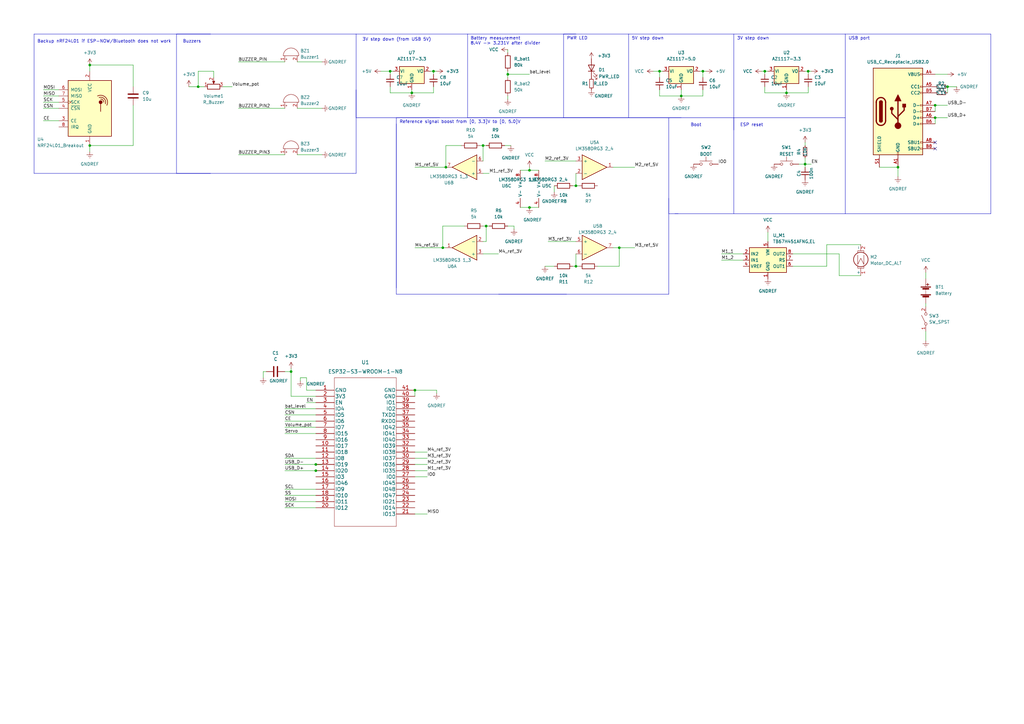
<source format=kicad_sch>
(kicad_sch (version 20230121) (generator eeschema)
  (paper "A3")
  (lib_symbols
    (symbol "+3V3_1" (power) (pin_names (offset 0))
      (property "Value" "+3V3_1" (at 0 3.556 0))
      (symbol "+3V3_1_1_1"
        (pin power_in line (at 0 0 90) (length 0) hide (name "+3V3") (number "1"))
      )
    )
    (symbol "+5V_1" (power) (pin_names (offset 0))
      (property "Value" "+5V_1" (at 0 3.556 0))
      (symbol "+5V_1_1_1"
        (pin power_in line (at 0 0 90) (length 0) hide (name "+5V") (number "1"))
      )
    )
    (symbol "Connector:USB_C_Receptacle_USB2.0" (pin_names (offset 1.016))
      (property "Reference" "J" (at -10.16 19.05 0))
      (property "Value" "USB_C_Receptacle_USB2.0" (at 19.05 19.05 0))
      (symbol "USB_C_Receptacle_USB2.0_1_1"
        (pin passive line (at 0 -22.86 90) (length 5.08) (name "GND") (number "A1"))
        (pin passive line (at 0 -22.86 90) (length 5.08) hide (name "GND") (number "A12"))
        (pin passive line (at 15.24 15.24 180) (length 5.08) (name "VBUS") (number "A4"))
        (pin bidirectional line (at 15.24 10.16 180) (length 5.08) (name "CC1") (number "A5"))
        (pin bidirectional line (at 15.24 -2.54 180) (length 5.08) (name "D+") (number "A6"))
        (pin bidirectional line (at 15.24 2.54 180) (length 5.08) (name "D-") (number "A7"))
        (pin bidirectional line (at 15.24 -12.7 180) (length 5.08) (name "SBU1") (number "A8"))
        (pin passive line (at 15.24 15.24 180) (length 5.08) hide (name "VBUS") (number "A9"))
        (pin passive line (at 0 -22.86 90) (length 5.08) hide (name "GND") (number "B1"))
        (pin passive line (at 0 -22.86 90) (length 5.08) hide (name "GND") (number "B12"))
        (pin passive line (at 15.24 15.24 180) (length 5.08) hide (name "VBUS") (number "B4"))
        (pin bidirectional line (at 15.24 7.62 180) (length 5.08) (name "CC2") (number "B5"))
        (pin bidirectional line (at 15.24 -5.08 180) (length 5.08) (name "D+") (number "B6"))
        (pin bidirectional line (at 15.24 0 180) (length 5.08) (name "D-") (number "B7"))
        (pin bidirectional line (at 15.24 -15.24 180) (length 5.08) (name "SBU2") (number "B8"))
        (pin passive line (at 15.24 15.24 180) (length 5.08) hide (name "VBUS") (number "B9"))
        (pin passive line (at -7.62 -22.86 90) (length 5.08) (name "SHIELD") (number "S1"))
      )
    )
    (symbol "Device:Battery" (pin_numbers hide) (pin_names (offset 0) hide)
      (property "Reference" "BT" (at 2.54 2.54 0))
      (property "Value" "Battery" (at 2.54 0 0))
      (symbol "Battery_1_1"
        (pin passive line (at 0 5.08 270) (length 2.54) (name "+") (number "1"))
        (pin passive line (at 0 -5.08 90) (length 2.54) (name "-") (number "2"))
      )
    )
    (symbol "Device:Buzzer" (pin_names (offset 0.0254) hide)
      (property "Reference" "BZ" (at 3.81 1.27 0))
      (property "Value" "Buzzer" (at 3.81 -1.27 0))
      (symbol "Buzzer_1_1"
        (pin passive line (at -2.54 2.54 0) (length 2.54) (name "-") (number "1"))
        (pin passive line (at -2.54 -2.54 0) (length 2.54) (name "+") (number "2"))
      )
    )
    (symbol "Device:C" (pin_numbers hide) (pin_names (offset 0.254))
      (property "Reference" "C" (at 0.635 2.54 0))
      (property "Value" "C" (at 0.635 -2.54 0))
      (symbol "C_1_1"
        (pin passive line (at 0 3.81 270) (length 2.794) (name "~") (number "1"))
        (pin passive line (at 0 -3.81 90) (length 2.794) (name "~") (number "2"))
      )
    )
    (symbol "Device:C_Small" (pin_numbers hide) (pin_names (offset 0.254) hide)
      (property "Reference" "C" (at 0.254 1.778 0))
      (property "Value" "C_Small" (at 0.254 -2.032 0))
      (symbol "C_Small_1_1"
        (pin passive line (at 0 2.54 270) (length 2.032) (name "~") (number "1"))
        (pin passive line (at 0 -2.54 90) (length 2.032) (name "~") (number "2"))
      )
    )
    (symbol "Device:LED" (pin_numbers hide) (pin_names (offset 1.016) hide)
      (property "Reference" "D" (at 0 2.54 0))
      (property "Value" "LED" (at 0 -2.54 0))
      (symbol "LED_1_1"
        (pin passive line (at -3.81 0 0) (length 2.54) (name "K") (number "1"))
        (pin passive line (at 3.81 0 180) (length 2.54) (name "A") (number "2"))
      )
    )
    (symbol "Device:Opamp_Dual"
      (property "Reference" "U" (at 0 5.08 0))
      (property "Value" "Opamp_Dual" (at 0 -5.08 0))
      (symbol "Opamp_Dual_1_1"
        (pin output line (at 7.62 0 180) (length 2.54) (name "~") (number "1"))
        (pin input line (at -7.62 -2.54 0) (length 2.54) (name "-") (number "2"))
        (pin input line (at -7.62 2.54 0) (length 2.54) (name "+") (number "3"))
      )
      (symbol "Opamp_Dual_2_1"
        (pin input line (at -7.62 2.54 0) (length 2.54) (name "+") (number "5"))
        (pin input line (at -7.62 -2.54 0) (length 2.54) (name "-") (number "6"))
        (pin output line (at 7.62 0 180) (length 2.54) (name "~") (number "7"))
      )
      (symbol "Opamp_Dual_3_1"
        (pin power_in line (at -2.54 -7.62 90) (length 3.81) (name "V-") (number "4"))
        (pin power_in line (at -2.54 7.62 270) (length 3.81) (name "V+") (number "8"))
      )
    )
    (symbol "Device:R" (pin_numbers hide) (pin_names (offset 0))
      (property "Reference" "R" (at 2.032 0 90))
      (property "Value" "R" (at 0 0 90))
      (symbol "R_1_1"
        (pin passive line (at 0 3.81 270) (length 1.27) (name "~") (number "1"))
        (pin passive line (at 0 -3.81 90) (length 1.27) (name "~") (number "2"))
      )
    )
    (symbol "Device:R_Potentiometer" (pin_names (offset 1.016) hide)
      (property "Reference" "RV" (at -4.445 0 90))
      (property "Value" "R_Potentiometer" (at -2.54 0 90))
      (symbol "R_Potentiometer_1_1"
        (pin passive line (at 0 3.81 270) (length 1.27) (name "1") (number "1"))
        (pin passive line (at 3.81 0 180) (length 1.27) (name "2") (number "2"))
        (pin passive line (at 0 -3.81 90) (length 1.27) (name "3") (number "3"))
      )
    )
    (symbol "Device:R_Small" (pin_numbers hide) (pin_names (offset 0.254) hide)
      (property "Reference" "R" (at 0.762 0.508 0))
      (property "Value" "R_Small" (at 0.762 -1.016 0))
      (symbol "R_Small_1_1"
        (pin passive line (at 0 2.54 270) (length 0.762) (name "~") (number "1"))
        (pin passive line (at 0 -2.54 90) (length 0.762) (name "~") (number "2"))
      )
    )
    (symbol "FC_library:ESP32-S3-WROOM-1-N8" (pin_names (offset 0.254))
      (property "Reference" "U" (at 20.32 10.16 0))
      (property "Value" "ESP32-S3-WROOM-1-N8" (at 20.32 7.62 0))
      (symbol "ESP32-S3-WROOM-1-N8_1_1"
        (pin power_in line (at 0 0 0) (length 7.62) (name "GND") (number "1"))
        (pin bidirectional line (at 0 -22.86 0) (length 7.62) (name "IO17") (number "10"))
        (pin bidirectional line (at 0 -25.4 0) (length 7.62) (name "IO18") (number "11"))
        (pin bidirectional line (at 0 -27.94 0) (length 7.62) (name "IO8") (number "12"))
        (pin bidirectional line (at 0 -30.48 0) (length 7.62) (name "IO19") (number "13"))
        (pin bidirectional line (at 0 -33.02 0) (length 7.62) (name "IO20") (number "14"))
        (pin bidirectional line (at 0 -35.56 0) (length 7.62) (name "IO3") (number "15"))
        (pin bidirectional line (at 0 -38.1 0) (length 7.62) (name "IO46") (number "16"))
        (pin bidirectional line (at 0 -40.64 0) (length 7.62) (name "IO9") (number "17"))
        (pin bidirectional line (at 0 -43.18 0) (length 7.62) (name "IO10") (number "18"))
        (pin bidirectional line (at 0 -45.72 0) (length 7.62) (name "IO11") (number "19"))
        (pin power_in line (at 0 -2.54 0) (length 7.62) (name "3V3") (number "2"))
        (pin bidirectional line (at 0 -48.26 0) (length 7.62) (name "IO12") (number "20"))
        (pin bidirectional line (at 40.64 -50.8 180) (length 7.62) (name "IO13") (number "21"))
        (pin bidirectional line (at 40.64 -48.26 180) (length 7.62) (name "IO14") (number "22"))
        (pin bidirectional line (at 40.64 -45.72 180) (length 7.62) (name "IO21") (number "23"))
        (pin bidirectional line (at 40.64 -43.18 180) (length 7.62) (name "IO47") (number "24"))
        (pin bidirectional line (at 40.64 -40.64 180) (length 7.62) (name "IO48") (number "25"))
        (pin bidirectional line (at 40.64 -38.1 180) (length 7.62) (name "IO45") (number "26"))
        (pin bidirectional line (at 40.64 -35.56 180) (length 7.62) (name "IO0") (number "27"))
        (pin bidirectional line (at 40.64 -33.02 180) (length 7.62) (name "IO35") (number "28"))
        (pin bidirectional line (at 40.64 -30.48 180) (length 7.62) (name "IO36") (number "29"))
        (pin input line (at 0 -5.08 0) (length 7.62) (name "EN") (number "3"))
        (pin bidirectional line (at 40.64 -27.94 180) (length 7.62) (name "IO37") (number "30"))
        (pin bidirectional line (at 40.64 -25.4 180) (length 7.62) (name "IO38") (number "31"))
        (pin bidirectional line (at 40.64 -22.86 180) (length 7.62) (name "IO39") (number "32"))
        (pin bidirectional line (at 40.64 -20.32 180) (length 7.62) (name "IO40") (number "33"))
        (pin bidirectional line (at 40.64 -17.78 180) (length 7.62) (name "IO41") (number "34"))
        (pin bidirectional line (at 40.64 -15.24 180) (length 7.62) (name "IO42") (number "35"))
        (pin bidirectional line (at 40.64 -12.7 180) (length 7.62) (name "RXD0") (number "36"))
        (pin bidirectional line (at 40.64 -10.16 180) (length 7.62) (name "TXD0") (number "37"))
        (pin bidirectional line (at 40.64 -7.62 180) (length 7.62) (name "IO2") (number "38"))
        (pin bidirectional line (at 40.64 -5.08 180) (length 7.62) (name "IO1") (number "39"))
        (pin bidirectional line (at 0 -7.62 0) (length 7.62) (name "IO4") (number "4"))
        (pin power_in line (at 40.64 -2.54 180) (length 7.62) (name "GND") (number "40"))
        (pin power_in line (at 40.64 0 180) (length 7.62) (name "GND") (number "41"))
        (pin bidirectional line (at 0 -10.16 0) (length 7.62) (name "IO5") (number "5"))
        (pin bidirectional line (at 0 -12.7 0) (length 7.62) (name "IO6") (number "6"))
        (pin bidirectional line (at 0 -15.24 0) (length 7.62) (name "IO7") (number "7"))
        (pin bidirectional line (at 0 -17.78 0) (length 7.62) (name "IO15") (number "8"))
        (pin bidirectional line (at 0 -20.32 0) (length 7.62) (name "IO16") (number "9"))
      )
    )
    (symbol "FC_library:TB67H451AFNG,EL"
      (property "Reference" "U_M1" (at 2.0194 10.16 0))
      (property "Value" "TB67H451AFNG,EL" (at 2.0194 7.62 0))
      (symbol "TB67H451AFNG,EL_1_0"
        (pin passive line (at 0 -7.62 90) (length 2.54) (name "GND") (number "1"))
        (pin input line (at -10.16 2.54 0) (length 2.54) (name "IN2") (number "2"))
        (pin input line (at -10.16 0 0) (length 2.54) (name "IN1") (number "3"))
        (pin passive line (at -10.16 -2.54 0) (length 2.54) (name "VREF") (number "4"))
        (pin power_in line (at 0 7.62 270) (length 2.54) (name "VM") (number "5"))
        (pin output line (at 10.16 -2.54 180) (length 2.54) (name "OUT1") (number "6"))
        (pin output line (at 10.16 0 180) (length 2.54) (name "RS") (number "7"))
        (pin output line (at 10.16 2.54 180) (length 2.54) (name "OUT2") (number "8"))
      )
    )
    (symbol "GNDREF_1" (power) (pin_names (offset 0))
      (property "Value" "GNDREF_1" (at 0 -3.81 0))
      (symbol "GNDREF_1_1_1"
        (pin power_in line (at 0 0 270) (length 0) hide (name "GNDREF") (number "1"))
      )
    )
    (symbol "GNDREF_2" (power) (pin_names (offset 0))
      (property "Value" "GNDREF_2" (at 0 -3.81 0))
      (symbol "GNDREF_2_1_1"
        (pin power_in line (at 0 0 270) (length 0) hide (name "GNDREF") (number "1"))
      )
    )
    (symbol "GNDREF_3" (power) (pin_names (offset 0))
      (property "Value" "GNDREF_3" (at 0 -3.81 0))
      (symbol "GNDREF_3_1_1"
        (pin power_in line (at 0 0 270) (length 0) hide (name "GNDREF") (number "1"))
      )
    )
    (symbol "Motor:Motor_DC_ALT" (pin_names (offset 0))
      (property "Reference" "M" (at 2.54 2.54 0))
      (property "Value" "Motor_DC_ALT" (at 2.54 -5.08 0))
      (symbol "Motor_DC_ALT_1_1"
        (pin passive line (at 0 5.08 270) (length 2.54) (name "+") (number "1"))
        (pin passive line (at 0 -7.62 90) (length 2.54) (name "-") (number "2"))
      )
    )
    (symbol "RF:NRF24L01_Breakout" (pin_names (offset 1.016))
      (property "Reference" "U" (at -8.89 12.7 0))
      (property "Value" "NRF24L01_Breakout" (at 3.81 12.7 0))
      (symbol "NRF24L01_Breakout_1_1"
        (pin power_in line (at 0 -15.24 90) (length 3.81) (name "GND") (number "1"))
        (pin power_in line (at 0 15.24 270) (length 3.81) (name "VCC") (number "2"))
        (pin input line (at -12.7 -5.08 0) (length 3.81) (name "CE") (number "3"))
        (pin input line (at -12.7 0 0) (length 3.81) (name "~{CSN}") (number "4"))
        (pin input clock (at -12.7 2.54 0) (length 3.81) (name "SCK") (number "5"))
        (pin input line (at -12.7 7.62 0) (length 3.81) (name "MOSI") (number "6"))
        (pin output line (at -12.7 5.08 0) (length 3.81) (name "MISO") (number "7"))
        (pin output line (at -12.7 -7.62 0) (length 3.81) (name "IRQ") (number "8"))
      )
    )
    (symbol "Regulator_Linear:AZ1117-3.3" (pin_names (offset 0.254))
      (property "Reference" "U" (at -3.81 3.175 0))
      (property "Value" "AZ1117-3.3" (at 0 3.175 0))
      (symbol "AZ1117-3.3_1_1"
        (pin power_in line (at 0 -7.62 90) (length 2.54) (name "GND") (number "1"))
        (pin power_out line (at 7.62 0 180) (length 2.54) (name "VO") (number "2"))
        (pin power_in line (at -7.62 0 0) (length 2.54) (name "VI") (number "3"))
      )
    )
    (symbol "Regulator_Linear:AZ1117-5.0" (pin_names (offset 0.254))
      (property "Reference" "U" (at -3.81 3.175 0))
      (property "Value" "AZ1117-5.0" (at 0 3.175 0))
      (symbol "AZ1117-5.0_1_1"
        (pin power_in line (at 0 -7.62 90) (length 2.54) (name "GND") (number "1"))
        (pin power_out line (at 7.62 0 180) (length 2.54) (name "VO") (number "2"))
        (pin power_in line (at -7.62 0 0) (length 2.54) (name "VI") (number "3"))
      )
    )
    (symbol "Switch:SW_Push" (pin_numbers hide) (pin_names (offset 1.016) hide)
      (property "Reference" "SW" (at 1.27 2.54 0))
      (property "Value" "SW_Push" (at 0 -1.524 0))
      (symbol "SW_Push_0_1"
        (pin passive line (at -5.08 0 0) (length 2.54) (name "1") (number "1"))
        (pin passive line (at 5.08 0 180) (length 2.54) (name "2") (number "2"))
      )
    )
    (symbol "Switch:SW_SPST" (pin_names (offset 0) hide)
      (property "Reference" "SW" (at 0 3.175 0))
      (property "Value" "SW_SPST" (at 0 -2.54 0))
      (symbol "SW_SPST_1_1"
        (pin passive line (at -5.08 0 0) (length 2.54) (name "A") (number "1"))
        (pin passive line (at 5.08 0 180) (length 2.54) (name "B") (number "2"))
      )
    )
    (symbol "VCC_1" (power) (pin_names (offset 0))
      (property "Value" "VCC_1" (at 0 3.81 0))
      (symbol "VCC_1_1_1"
        (pin power_in line (at 0 0 90) (length 0) hide (name "VCC") (number "1"))
      )
    )
    (symbol "VCC_2" (power) (pin_names (offset 0))
      (property "Value" "VCC_2" (at 0 3.81 0))
      (symbol "VCC_2_1_1"
        (pin power_in line (at 0 0 90) (length 0) hide (name "VCC") (number "1"))
      )
    )
    (symbol "VCC_3" (power) (pin_names (offset 0))
      (property "Value" "VCC_3" (at 0 3.81 0))
      (symbol "VCC_3_1_1"
        (pin power_in line (at 0 0 90) (length 0) hide (name "VCC") (number "1"))
      )
    )
    (symbol "power:+3V3" (power) (pin_names (offset 0))
      (property "Value" "+3V3" (at 0 3.556 0))
      (symbol "+3V3_1_1"
        (pin power_in line (at 0 0 90) (length 0) hide (name "+3V3") (number "1"))
      )
    )
    (symbol "power:+5V" (power) (pin_names (offset 0))
      (property "Value" "+5V" (at 0 3.556 0))
      (symbol "+5V_1_1"
        (pin power_in line (at 0 0 90) (length 0) hide (name "+5V") (number "1"))
      )
    )
    (symbol "power:GNDREF" (power) (pin_names (offset 0))
      (property "Value" "GNDREF" (at 0 -3.81 0))
      (symbol "GNDREF_1_1"
        (pin power_in line (at 0 0 270) (length 0) hide (name "GNDREF") (number "1"))
      )
    )
    (symbol "power:VCC" (power) (pin_names (offset 0))
      (property "Value" "VCC" (at 0 3.81 0))
      (symbol "VCC_1_1"
        (pin power_in line (at 0 0 90) (length 0) hide (name "VCC") (number "1"))
      )
    )
  )
  (junction (at 217.17 85.09))
  (junction (at 331.47 29.21))
  (junction (at 208.28 30.48))
  (junction (at 119.38 152.4))
  (junction (at 270.51 29.21))
  (junction (at 368.3 68.58))
  (junction (at 330.2 67.31))
  (junction (at 129.54 193.04))
  (junction (at 198.12 59.69))
  (junction (at 199.39 92.71))
  (junction (at 288.29 29.21))
  (junction (at 170.18 160.02))
  (junction (at 160.02 29.21))
  (junction (at 236.22 109.22))
  (junction (at 181.61 101.6))
  (junction (at 279.4 39.37))
  (junction (at 236.22 76.2))
  (junction (at 81.28 35.56))
  (junction (at 168.91 38.1))
  (junction (at 217.17 69.85))
  (junction (at 36.83 59.69))
  (junction (at 322.58 38.1))
  (junction (at 388.62 35.56))
  (junction (at 177.8 29.21))
  (junction (at 383.54 43.18))
  (junction (at 383.54 48.26))
  (junction (at 182.88 68.58))
  (junction (at 313.69 29.21))
  (junction (at 254 101.6))
  (junction (at 129.54 190.5))
  (junction (at 36.83 26.67))
  (no_connect (at 383.54 58.42))
  (no_connect (at 383.54 60.96))
  (wire (pts (xy 170.18 190.5) (xy 175.26 190.5)))
  (polyline (pts (xy 191.77 13.97) (xy 146.05 13.97)))
  (polyline (pts (xy 180.34 48.26) (xy 146.05 48.26)))
  (wire (pts (xy 17.78 49.53) (xy 24.13 49.53)))
  (wire (pts (xy 132.08 190.5) (xy 129.54 190.5)))
  (wire (pts (xy 245.11 109.22) (xy 254 109.22)))
  (wire (pts (xy 198.12 99.06) (xy 199.39 99.06)))
  (wire (pts (xy 125.73 154.94) (xy 123.19 154.94)))
  (wire (pts (xy 313.69 29.21) (xy 314.96 29.21)))
  (wire (pts (xy 208.28 20.32) (xy 208.28 21.59)))
  (wire (pts (xy 279.4 36.83) (xy 279.4 39.37)))
  (wire (pts (xy 54.61 43.18) (xy 54.61 59.69)))
  (polyline (pts (xy 257.81 13.97) (xy 231.14 13.97)))
  (wire (pts (xy 344.17 113.03) (xy 353.06 113.03)))
  (wire (pts (xy 224.79 99.06) (xy 236.22 99.06)))
  (wire (pts (xy 116.84 193.04) (xy 129.54 193.04)))
  (polyline (pts (xy 274.32 87.63) (xy 276.86 87.63)))
  (wire (pts (xy 208.28 39.37) (xy 208.28 40.64)))
  (wire (pts (xy 168.91 36.83) (xy 168.91 38.1)))
  (polyline (pts (xy 191.77 48.26) (xy 279.4 48.26)))
  (wire (pts (xy 267.97 29.21) (xy 270.51 29.21)))
  (wire (pts (xy 270.51 29.21) (xy 271.78 29.21)))
  (polyline (pts (xy 146.05 36.83) (xy 146.05 71.12)))
  (polyline (pts (xy 276.86 87.63) (xy 346.71 87.63)))
  (wire (pts (xy 97.79 44.45) (xy 116.84 44.45)))
  (polyline (pts (xy 13.97 71.12) (xy 86.36 71.12)))
  (wire (pts (xy 116.84 190.5) (xy 129.54 190.5)))
  (wire (pts (xy 388.62 35.56) (xy 392.43 35.56)))
  (wire (pts (xy 312.42 29.21) (xy 313.69 29.21)))
  (polyline (pts (xy 300.99 48.26) (xy 300.99 87.63)))
  (polyline (pts (xy 162.56 48.26) (xy 162.56 118.11)))
  (wire (pts (xy 116.84 205.74) (xy 129.54 205.74)))
  (wire (pts (xy 288.29 29.21) (xy 289.56 29.21)))
  (wire (pts (xy 109.22 152.4) (xy 107.95 152.4)))
  (wire (pts (xy 330.2 58.42) (xy 330.2 59.69)))
  (wire (pts (xy 177.8 29.21) (xy 177.8 30.48)))
  (wire (pts (xy 116.84 167.64) (xy 129.54 167.64)))
  (wire (pts (xy 207.01 59.69) (xy 209.55 59.69)))
  (wire (pts (xy 236.22 104.14) (xy 236.22 109.22)))
  (polyline (pts (xy 146.05 13.97) (xy 146.05 48.26)))
  (polyline (pts (xy 300.99 48.26) (xy 346.71 48.26)))
  (wire (pts (xy 87.63 29.21) (xy 87.63 31.75)))
  (polyline (pts (xy 144.78 71.12) (xy 146.05 71.12)))
  (wire (pts (xy 234.95 76.2) (xy 236.22 76.2)))
  (wire (pts (xy 121.92 44.45) (xy 132.08 44.45)))
  (polyline (pts (xy 72.39 71.12) (xy 144.78 71.12)))
  (wire (pts (xy 54.61 26.67) (xy 36.83 26.67)))
  (wire (pts (xy 379.73 124.46) (xy 379.73 125.73)))
  (polyline (pts (xy 236.22 13.97) (xy 191.77 13.97)))
  (wire (pts (xy 119.38 151.13) (xy 119.38 152.4)))
  (wire (pts (xy 379.73 111.76) (xy 379.73 114.3)))
  (wire (pts (xy 330.2 64.77) (xy 330.2 67.31)))
  (wire (pts (xy 288.29 29.21) (xy 288.29 31.75)))
  (wire (pts (xy 177.8 38.1) (xy 177.8 35.56)))
  (wire (pts (xy 383.54 30.48) (xy 388.62 30.48)))
  (wire (pts (xy 210.82 92.71) (xy 210.82 93.98)))
  (wire (pts (xy 170.18 195.58) (xy 175.26 195.58)))
  (polyline (pts (xy 162.56 48.26) (xy 250.19 48.26)))
  (wire (pts (xy 360.68 68.58) (xy 368.3 68.58)))
  (wire (pts (xy 116.84 172.72) (xy 129.54 172.72)))
  (polyline (pts (xy 257.81 13.97) (xy 257.81 48.26)))
  (wire (pts (xy 160.02 29.21) (xy 160.02 30.48)))
  (wire (pts (xy 170.18 68.58) (xy 182.88 68.58)))
  (wire (pts (xy 36.83 62.23) (xy 36.83 59.69)))
  (wire (pts (xy 234.95 109.22) (xy 236.22 109.22)))
  (wire (pts (xy 199.39 92.71) (xy 200.66 92.71)))
  (wire (pts (xy 170.18 187.96) (xy 175.26 187.96)))
  (wire (pts (xy 156.21 29.21) (xy 160.02 29.21)))
  (wire (pts (xy 322.58 38.1) (xy 331.47 38.1)))
  (wire (pts (xy 295.91 104.14) (xy 304.8 104.14)))
  (wire (pts (xy 344.17 104.14) (xy 344.17 113.03)))
  (wire (pts (xy 125.73 160.02) (xy 125.73 154.94)))
  (wire (pts (xy 270.51 29.21) (xy 270.51 31.75)))
  (wire (pts (xy 199.39 59.69) (xy 198.12 59.69)))
  (wire (pts (xy 176.53 29.21) (xy 177.8 29.21)))
  (wire (pts (xy 181.61 92.71) (xy 181.61 101.6)))
  (wire (pts (xy 383.54 43.18) (xy 388.62 43.18)))
  (wire (pts (xy 116.84 200.66) (xy 129.54 200.66)))
  (wire (pts (xy 182.88 59.69) (xy 182.88 68.58)))
  (wire (pts (xy 116.84 170.18) (xy 129.54 170.18)))
  (polyline (pts (xy 346.71 13.97) (xy 346.71 87.63)))
  (wire (pts (xy 81.28 35.56) (xy 83.82 35.56)))
  (wire (pts (xy 125.73 165.1) (xy 129.54 165.1)))
  (polyline (pts (xy 300.99 13.97) (xy 300.99 53.34)))
  (wire (pts (xy 17.78 36.83) (xy 24.13 36.83)))
  (wire (pts (xy 116.84 177.8) (xy 129.54 177.8)))
  (wire (pts (xy 116.84 208.28) (xy 129.54 208.28)))
  (wire (pts (xy 331.47 29.21) (xy 332.74 29.21)))
  (polyline (pts (xy 346.71 87.63) (xy 406.4 87.63)))
  (wire (pts (xy 198.12 71.12) (xy 200.66 71.12)))
  (wire (pts (xy 217.17 68.58) (xy 217.17 69.85)))
  (wire (pts (xy 368.3 68.58) (xy 368.3 72.39)))
  (wire (pts (xy 198.12 92.71) (xy 199.39 92.71)))
  (wire (pts (xy 279.4 39.37) (xy 288.29 39.37)))
  (wire (pts (xy 181.61 101.6) (xy 182.88 101.6)))
  (wire (pts (xy 236.22 76.2) (xy 237.49 76.2)))
  (wire (pts (xy 77.47 35.56) (xy 81.28 35.56)))
  (wire (pts (xy 339.09 109.22) (xy 339.09 100.33)))
  (wire (pts (xy 208.28 92.71) (xy 210.82 92.71)))
  (polyline (pts (xy 276.86 87.63) (xy 278.13 87.63)))
  (wire (pts (xy 254 101.6) (xy 260.35 101.6)))
  (polyline (pts (xy 274.32 81.28) (xy 274.32 120.65)))
  (wire (pts (xy 129.54 160.02) (xy 125.73 160.02)))
  (wire (pts (xy 168.91 38.1) (xy 177.8 38.1)))
  (wire (pts (xy 251.46 101.6) (xy 254 101.6)))
  (polyline (pts (xy 191.77 13.97) (xy 191.77 48.26)))
  (wire (pts (xy 17.78 39.37) (xy 24.13 39.37)))
  (wire (pts (xy 331.47 38.1) (xy 331.47 35.56)))
  (wire (pts (xy 314.96 95.25) (xy 314.96 99.06)))
  (polyline (pts (xy 13.97 13.97) (xy 13.97 71.12)))
  (polyline (pts (xy 162.56 120.65) (xy 232.41 120.65)))
  (wire (pts (xy 313.69 29.21) (xy 313.69 30.48)))
  (wire (pts (xy 383.54 48.26) (xy 383.54 50.8)))
  (wire (pts (xy 116.84 187.96) (xy 129.54 187.96)))
  (wire (pts (xy 383.54 48.26) (xy 388.62 48.26)))
  (wire (pts (xy 223.52 109.22) (xy 227.33 109.22)))
  (wire (pts (xy 330.2 67.31) (xy 332.74 67.31)))
  (wire (pts (xy 170.18 160.02) (xy 179.07 160.02)))
  (wire (pts (xy 217.17 69.85) (xy 220.98 69.85)))
  (wire (pts (xy 170.18 193.04) (xy 175.26 193.04)))
  (wire (pts (xy 116.84 203.2) (xy 129.54 203.2)))
  (wire (pts (xy 116.84 152.4) (xy 119.38 152.4)))
  (wire (pts (xy 208.28 30.48) (xy 217.17 30.48)))
  (wire (pts (xy 189.23 59.69) (xy 182.88 59.69)))
  (wire (pts (xy 160.02 38.1) (xy 168.91 38.1)))
  (wire (pts (xy 313.69 38.1) (xy 322.58 38.1)))
  (wire (pts (xy 288.29 39.37) (xy 288.29 36.83)))
  (wire (pts (xy 198.12 59.69) (xy 198.12 66.04)))
  (wire (pts (xy 223.52 66.04) (xy 236.22 66.04)))
  (wire (pts (xy 295.91 106.68) (xy 304.8 106.68)))
  (polyline (pts (xy 231.14 13.97) (xy 231.14 48.26)))
  (polyline (pts (xy 346.71 13.97) (xy 257.81 13.97)))
  (wire (pts (xy 170.18 210.82) (xy 175.26 210.82)))
  (wire (pts (xy 254 109.22) (xy 254 101.6)))
  (wire (pts (xy 251.46 68.58) (xy 260.35 68.58)))
  (polyline (pts (xy 204.47 120.65) (xy 274.32 120.65)))
  (wire (pts (xy 325.12 104.14) (xy 344.17 104.14)))
  (wire (pts (xy 383.54 43.18) (xy 383.54 45.72)))
  (wire (pts (xy 121.92 63.5) (xy 132.08 63.5)))
  (wire (pts (xy 179.07 160.02) (xy 179.07 161.29)))
  (polyline (pts (xy 274.32 48.26) (xy 274.32 87.63)))
  (wire (pts (xy 327.66 67.31) (xy 330.2 67.31)))
  (wire (pts (xy 36.83 26.67) (xy 36.83 29.21)))
  (polyline (pts (xy 72.39 13.97) (xy 72.39 71.12)))
  (wire (pts (xy 97.79 63.5) (xy 116.84 63.5)))
  (wire (pts (xy 379.73 135.89) (xy 379.73 139.7)))
  (wire (pts (xy 170.18 185.42) (xy 175.26 185.42)))
  (wire (pts (xy 330.2 29.21) (xy 331.47 29.21)))
  (wire (pts (xy 116.84 175.26) (xy 129.54 175.26)))
  (wire (pts (xy 17.78 44.45) (xy 24.13 44.45)))
  (wire (pts (xy 177.8 29.21) (xy 179.07 29.21)))
  (polyline (pts (xy 231.14 48.26) (xy 300.99 48.26)))
  (wire (pts (xy 97.79 25.4) (xy 116.84 25.4)))
  (wire (pts (xy 170.18 101.6) (xy 181.61 101.6)))
  (wire (pts (xy 236.22 71.12) (xy 236.22 76.2)))
  (polyline (pts (xy 406.4 13.97) (xy 346.71 13.97)))
  (wire (pts (xy 339.09 100.33) (xy 353.06 100.33)))
  (wire (pts (xy 119.38 152.4) (xy 119.38 162.56)))
  (wire (pts (xy 81.28 29.21) (xy 81.28 35.56)))
  (wire (pts (xy 91.44 35.56) (xy 95.25 35.56)))
  (wire (pts (xy 236.22 109.22) (xy 237.49 109.22)))
  (wire (pts (xy 270.51 36.83) (xy 270.51 39.37)))
  (wire (pts (xy 81.28 29.21) (xy 87.63 29.21)))
  (wire (pts (xy 160.02 29.21) (xy 161.29 29.21)))
  (wire (pts (xy 213.36 85.09) (xy 217.17 85.09)))
  (wire (pts (xy 198.12 59.69) (xy 196.85 59.69)))
  (wire (pts (xy 208.28 29.21) (xy 208.28 30.48)))
  (wire (pts (xy 199.39 99.06) (xy 199.39 92.71)))
  (wire (pts (xy 325.12 109.22) (xy 339.09 109.22)))
  (wire (pts (xy 287.02 29.21) (xy 288.29 29.21)))
  (polyline (pts (xy 13.97 13.97) (xy 86.36 13.97)))
  (polyline (pts (xy 162.56 50.8) (xy 162.56 120.65)))
  (wire (pts (xy 107.95 152.4) (xy 107.95 154.94)))
  (wire (pts (xy 217.17 85.09) (xy 220.98 85.09)))
  (wire (pts (xy 121.92 25.4) (xy 132.08 25.4)))
  (wire (pts (xy 54.61 35.56) (xy 54.61 26.67)))
  (wire (pts (xy 227.33 76.2) (xy 227.33 78.74)))
  (wire (pts (xy 331.47 29.21) (xy 331.47 30.48)))
  (wire (pts (xy 270.51 39.37) (xy 279.4 39.37)))
  (wire (pts (xy 388.62 35.56) (xy 388.62 38.1)))
  (wire (pts (xy 170.18 160.02) (xy 170.18 162.56)))
  (wire (pts (xy 17.78 41.91) (xy 24.13 41.91)))
  (wire (pts (xy 322.58 36.83) (xy 322.58 38.1)))
  (wire (pts (xy 190.5 92.71) (xy 181.61 92.71)))
  (wire (pts (xy 330.2 67.31) (xy 330.2 68.58)))
  (wire (pts (xy 208.28 30.48) (xy 208.28 31.75)))
  (wire (pts (xy 119.38 162.56) (xy 129.54 162.56)))
  (wire (pts (xy 123.19 154.94) (xy 123.19 156.21)))
  (wire (pts (xy 313.69 35.56) (xy 313.69 38.1)))
  (polyline (pts (xy 406.4 13.97) (xy 406.4 87.63)))
  (wire (pts (xy 198.12 104.14) (xy 204.47 104.14)))
  (wire (pts (xy 54.61 59.69) (xy 36.83 59.69)))
  (wire (pts (xy 213.36 69.85) (xy 217.17 69.85)))
  (polyline (pts (xy 72.39 13.97) (xy 146.05 13.97)))
  (wire (pts (xy 160.02 35.56) (xy 160.02 38.1)))
  (wire (pts (xy 132.08 193.04) (xy 129.54 193.04)))
  (text "Boot\n" (at 283.21 52.07 0) (effects (font (size 1.27 1.27)) (justify left bottom)))
  (text "Buzzers" (at 74.93 17.78 0) (effects (font (size 1.27 1.27)) (justify left bottom)))
  (text "3V step down (from USB 5V)\n\n" (at 148.59 19.05 0) (effects (font (size 1.27 1.27)) (justify left bottom)))
  (text "USB port" (at 347.98 16.51 0) (effects (font (size 1.27 1.27)) (justify left bottom)))
  (text "Backup nRF24L01 if ESP-NOW/Bluetooth does not work" (at 15.24 17.78 0) (effects (font (size 1.27 1.27)) (justify left bottom)))
  (text "Battery measurement\n8.4V -> 3.231V after divider" (at 192.9545 18.5703 0) (effects (font (size 1.27 1.27)) (justify left bottom)))
  (text "ESP reset\n" (at 303.53 52.07 0) (effects (font (size 1.27 1.27)) (justify left bottom)))
  (text "PWR LED\n" (at 232.41 16.51 0) (effects (font (size 1.27 1.27)) (justify left bottom)))
  (text "3V step down\n" (at 302.26 16.51 0) (effects (font (size 1.27 1.27)) (justify left bottom)))
  (text "Reference signal boost from [0, 3.3]V to [0, 5.0]V" (at 163.83 50.8 0) (effects (font (size 1.27 1.27)) (justify left bottom)))
  (text "5V step down\n" (at 259.08 16.51 0) (effects (font (size 1.27 1.27)) (justify left bottom)))
  (label "M1_2" (at 295.91 106.68 0))
  (label "M4_ref_5V" (at 170.18 101.6 0))
  (label "MOSI" (at 17.78 36.83 0))
  (label "IO0" (at 294.64 67.31 0))
  (label "USB_D+" (at 116.84 193.04 0))
  (label "M4_ref_3V" (at 204.47 104.14 0))
  (label "MOSI" (at 116.84 205.74 0))
  (label "MISO" (at 17.78 39.37 0))
  (label "USB_D-" (at 388.62 43.18 0))
  (label "M1_1" (at 295.91 104.14 0))
  (label "M1_ref_5V" (at 170.18 68.58 0))
  (label "M2_ref_5V" (at 260.35 68.58 0))
  (label "EN" (at 332.74 67.31 0))
  (label "SCL" (at 116.84 200.66 0))
  (label "SS" (at 116.84 203.2 0))
  (label "EN" (at 125.73 165.1 0))
  (label "CSN" (at 17.78 44.45 0))
  (label "M1_ref_3V" (at 200.66 71.12 0))
  (label "Volume_pot" (at 116.84 175.26 0))
  (label "USB_D+" (at 388.62 48.26 0))
  (label "BUZZER_PIN3" (at 97.79 63.5 0))
  (label "M2_ref_3V" (at 223.52 66.04 0))
  (label "BUZZER_PIN2" (at 97.79 44.45 0))
  (label "IO0" (at 175.26 195.58 0))
  (label "MISO" (at 175.26 210.82 0))
  (label "bat_level" (at 217.17 30.48 0))
  (label "Servo" (at 116.84 177.8 0))
  (label "SDA" (at 116.84 187.96 0))
  (label "M3_ref_3V" (at 224.79 99.06 0))
  (label "M2_ref_3V" (at 175.26 190.5 0))
  (label "M3_ref_3V" (at 175.26 187.96 0))
  (label "USB_D-" (at 116.84 190.5 0))
  (label "BUZZER_PIN" (at 97.79 25.4 0))
  (label "Volume_pot" (at 95.25 35.56 0))
  (label "M1_ref_3V" (at 175.26 193.04 0))
  (label "M4_ref_3V" (at 175.26 185.42 0))
  (label "bat_level" (at 116.84 167.64 0))
  (label "CE" (at 17.78 49.53 0))
  (label "M3_ref_5V" (at 260.35 101.6 0))
  (label "SCK" (at 17.78 41.91 0))
  (label "SCK" (at 116.84 208.28 0))
  (label "CSN" (at 116.84 170.18 0))
  (label "CE" (at 116.84 172.72 0))
  (symbol (lib_id "power:GNDREF") (at 242.57 36.83 0) (unit 1)
    (property "Reference" "#PWR0109" (effects hide))
    (property "Value" "GNDREF" (at 247.65 39.37 0))
  )
  (symbol (lib_id "power:GNDREF") (at 36.83 62.23 0) (unit 1)
    (property "Reference" "#PWR0124" (effects hide))
    (property "Value" "GNDREF" (at 36.83 67.31 0))
  )
  (symbol (lib_id "power:GNDREF") (at 132.08 44.45 90) (unit 1)
    (property "Reference" "#PWR017" (effects hide))
    (property "Value" "GNDREF" (at 142.24 44.4501 90) (effects (justify left)))
  )
  (symbol (lib_id "power:+3V3") (at 330.2 58.42 0) (unit 1)
    (property "Reference" "#PWR0119" (effects hide))
    (property "Value" "+3V3" (at 330.2 53.34 0))
  )
  (symbol (lib_id "Switch:SW_SPST") (at 379.73 130.81 90) (unit 1)
    (property "Reference" "SW3" (at 381 129.54 90) (effects (justify right)))
    (property "Value" "SW_SPST" (at 381 132.08 90) (effects (justify right)))
  )
  (symbol (lib_id "Motor:Motor_DC_ALT") (at 353.06 107.95 180) (unit 1)
    (property "Reference" "M2" (at 356.87 105.41 0) (effects (justify right)))
    (property "Value" "Motor_DC_ALT" (at 356.87 107.95 0) (effects (justify right)))
  )
  (symbol (lib_id "power:GNDREF") (at 132.08 63.5 90) (unit 1)
    (property "Reference" "#PWR018" (effects hide))
    (property "Value" "GNDREF" (at 142.24 63.5001 90) (effects (justify left)))
  )
  (symbol (lib_id "power:GNDREF") (at 179.07 161.29 0) (unit 1)
    (property "Reference" "#PWR0111" (effects hide))
    (property "Value" "GNDREF" (at 179.07 166.37 0))
  )
  (symbol (lib_id "FC_library:TB67H451AFNG,EL") (at 314.96 106.68 0) (unit 1)
    (property "Reference" "U_M1" (at 316.9794 96.52 0) (effects (justify left)))
    (property "Value" "TB67H451AFNG,EL" (at 316.9794 99.06 0) (effects (justify left)))
    (property "Footprint" "Package_SO:HSOP-8-1EP_3.9x4.9mm_P1.27mm_EP2.41x3.1mm" (effects hide))
    (property "Datasheet" "https://www.st.com/resource/en/datasheet/led5000.pdf" (effects hide))
  )
  (symbol (lib_id "Device:Opamp_Dual") (at 223.52 77.47 0) (unit 3)
    (property "Reference" "U5" (at 222.25 76.2 0) (effects (justify left)))
    (property "Value" "LM358DRG3 2_4" (at 217.17 73.66 0) (effects (justify left)))
    (property "Footprint" "Package_SO:SOIC-8_3.9x4.9mm_P1.27mm" (effects hide))
  )
  (symbol (lib_id "Device:Opamp_Dual") (at 243.84 68.58 0) (unit 1)
    (property "Reference" "U5" (at 243.84 58.42 0))
    (property "Value" "LM358DRG3 2_4" (at 243.84 60.96 0))
    (property "Footprint" "Package_SO:SOIC-8_3.9x4.9mm_P1.27mm" (effects hide))
  )
  (symbol (lib_id "Device:R_Small") (at 330.2 62.23 180) (unit 1)
    (property "Reference" "R4" (at 327.66 62.23 90))
    (property "Value" "10K" (at 330.2 62.23 90))
    (property "Footprint" "Resistor_SMD:R_0805_2012Metric_Pad1.20x1.40mm_HandSolder" (effects hide))
  )
  (symbol (lib_id "Device:R") (at 204.47 92.71 90) (unit 1)
    (property "Reference" "R6" (at 204.47 86.36 90))
    (property "Value" "10k" (at 204.47 88.9 90))
  )
  (symbol (lib_name "GNDREF_3") (lib_id "power:GNDREF") (at 223.52 109.22 0) (unit 1)
    (property "Reference" "#PWR010" (effects hide))
    (property "Value" "GNDREF" (at 223.52 114.3 0))
  )
  (symbol (lib_id "RF:NRF24L01_Breakout") (at 36.83 44.45 0) (unit 1)
    (property "Reference" "U4" (at 15.24 57.15 0) (effects (justify left)))
    (property "Value" "NRF24L01_Breakout" (at 15.24 59.69 0) (effects (justify left)))
    (property "Footprint" "RF_Module:nRF24L01_Breakout" (effects hide))
    (property "Datasheet" "http://www.nordicsemi.com/eng/content/download/2730/34105/file/nRF24L01_Product_Specification_v2_0.pdf" (effects hide))
  )
  (symbol (lib_id "power:VCC") (at 379.73 111.76 0) (unit 1)
    (property "Reference" "#PWR0122" (effects hide))
    (property "Value" "VCC" (at 379.73 106.68 0))
  )
  (symbol (lib_id "power:+3V3") (at 179.07 29.21 270) (unit 1)
    (property "Reference" "#PWR015" (effects hide))
    (property "Value" "+3V3" (at 182.88 29.2099 90) (effects (justify left)))
  )
  (symbol (lib_id "power:GNDREF") (at 368.3 72.39 0) (unit 1)
    (property "Reference" "#PWR0103" (effects hide))
    (property "Value" "GNDREF" (at 368.3 77.47 0))
  )
  (symbol (lib_id "power:+3V3") (at 36.83 26.67 0) (unit 1)
    (property "Reference" "#PWR0123" (effects hide))
    (property "Value" "+3V3" (at 36.83 21.59 0))
  )
  (symbol (lib_id "Device:R") (at 208.28 25.4 0) (unit 1)
    (property "Reference" "R_bat1" (at 210.82 24.13 0) (effects (justify left)))
    (property "Value" "80k" (at 210.82 26.67 0) (effects (justify left)))
  )
  (symbol (lib_id "power:GNDREF") (at 317.5 67.31 0) (unit 1)
    (property "Reference" "#PWR0118" (effects hide))
    (property "Value" "GNDREF" (at 317.5 72.39 0))
  )
  (symbol (lib_id "Device:R_Small") (at 386.08 35.56 90) (unit 1)
    (property "Reference" "R2" (at 386.08 34.29 90))
    (property "Value" "5.1K" (at 386.08 35.56 90))
    (property "Footprint" "Resistor_SMD:R_0805_2012Metric_Pad1.20x1.40mm_HandSolder" (effects hide))
  )
  (symbol (lib_id "Device:C_Small") (at 177.8 33.02 180) (unit 1)
    (property "Reference" "C8" (at 180.34 31.7435 0) (effects (justify right)))
    (property "Value" "10uF" (at 180.34 34.2835 0) (effects (justify right)))
    (property "Footprint" "Capacitor_SMD:C_1206_3216Metric" (effects hide))
  )
  (symbol (lib_id "Device:R_Small") (at 386.08 38.1 90) (unit 1)
    (property "Reference" "R3" (at 386.08 36.83 90))
    (property "Value" "5.1K" (at 386.08 38.1 90))
    (property "Footprint" "Resistor_SMD:R_0805_2012Metric_Pad1.20x1.40mm_HandSolder" (effects hide))
  )
  (symbol (lib_id "Device:R_Potentiometer") (at 87.63 35.56 90) (unit 1)
    (property "Reference" "Volume1" (at 87.63 39.37 90))
    (property "Value" "R_Buzzer" (at 87.63 41.91 90))
    (property "Footprint" "Potentiometer_THT:Potentiometer_Alps_RK09K_Single_Horizontal" (effects hide))
  )
  (symbol (lib_id "Device:C_Small") (at 330.2 71.12 180) (unit 1)
    (property "Reference" "C4" (at 327.66 71.1137 90))
    (property "Value" "100n" (at 332.74 71.1137 90))
    (property "Footprint" "Capacitor_SMD:C_0805_2012Metric_Pad1.18x1.45mm_HandSolder" (effects hide))
  )
  (symbol (lib_name "GNDREF_1") (lib_id "power:GNDREF") (at 208.28 40.64 0) (unit 1)
    (property "Reference" "#PWR02" (effects hide))
    (property "Value" "GNDREF" (at 208.28 45.72 0))
  )
  (symbol (lib_id "Device:R") (at 231.14 109.22 270) (unit 1)
    (property "Reference" "R11" (at 231.14 115.57 90))
    (property "Value" "10k" (at 231.14 113.03 90))
  )
  (symbol (lib_id "Device:Opamp_Dual") (at 243.84 101.6 0) (unit 2)
    (property "Reference" "U5" (at 245.11 92.71 0))
    (property "Value" "LM358DRG3 2_4" (at 245.11 95.25 0))
    (property "Footprint" "Package_SO:SOIC-8_3.9x4.9mm_P1.27mm" (effects hide))
  )
  (symbol (lib_name "VCC_2") (lib_id "power:VCC") (at 314.96 95.25 0) (unit 1)
    (property "Reference" "#PWR03" (effects hide))
    (property "Value" "VCC" (at 314.96 90.17 0))
  )
  (symbol (lib_id "Device:R") (at 193.04 59.69 90) (unit 1)
    (property "Reference" "R10" (at 193.04 53.34 90))
    (property "Value" "5k" (at 193.04 55.88 90))
  )
  (symbol (lib_id "power:+5V") (at 289.56 29.21 270) (unit 1)
    (property "Reference" "#PWR06" (effects hide))
    (property "Value" "+5V" (at 293.37 29.2099 90) (effects (justify left)))
  )
  (symbol (lib_id "power:GNDREF") (at 379.73 139.7 0) (unit 1)
    (property "Reference" "#PWR020" (effects hide))
    (property "Value" "GNDREF" (at 379.73 144.78 0))
  )
  (symbol (lib_name "VCC_1") (lib_id "power:VCC") (at 208.28 20.32 90) (unit 1)
    (property "Reference" "#PWR01" (effects hide))
    (property "Value" "VCC" (at 204.47 20.32 90) (effects (justify left)))
  )
  (symbol (lib_name "GNDREF_3") (lib_id "power:GNDREF") (at 210.82 93.98 0) (unit 1)
    (property "Reference" "#PWR012" (effects hide))
    (property "Value" "GNDREF" (at 210.82 99.06 0))
  )
  (symbol (lib_id "power:GNDREF") (at 168.91 38.1 0) (unit 1)
    (property "Reference" "#PWR014" (effects hide))
    (property "Value" "GNDREF" (at 168.91 43.18 0))
  )
  (symbol (lib_name "VCC_1") (lib_id "power:VCC") (at 217.17 68.58 0) (unit 1)
    (property "Reference" "#PWR09" (effects hide))
    (property "Value" "VCC" (at 217.17 63.5 0))
  )
  (symbol (lib_id "power:GNDREF") (at 392.43 35.56 0) (unit 1)
    (property "Reference" "#PWR0105" (effects hide))
    (property "Value" "GNDREF" (at 397.51 35.56 0))
  )
  (symbol (lib_id "Device:Battery") (at 379.73 119.38 0) (unit 1)
    (property "Reference" "BT1" (at 383.54 117.7289 0) (effects (justify left)))
    (property "Value" "Battery" (at 383.54 120.2689 0) (effects (justify left)))
    (property "Footprint" "Connector_JST:JST_EH_B2B-EH-A_1x02_P2.50mm_Vertical" (effects hide))
  )
  (symbol (lib_name "+5V_1") (lib_id "power:+5V") (at 156.21 29.21 90) (unit 1)
    (property "Reference" "#PWR013" (effects hide))
    (property "Value" "+5V" (at 152.4 29.21 90) (effects (justify left)))
  )
  (symbol (lib_id "Device:R") (at 231.14 76.2 270) (unit 1)
    (property "Reference" "R8" (at 231.14 82.55 90))
    (property "Value" "10k" (at 231.14 80.01 90))
  )
  (symbol (lib_name "GNDREF_3") (lib_id "power:GNDREF") (at 209.55 59.69 0) (unit 1)
    (property "Reference" "#PWR08" (effects hide))
    (property "Value" "GNDREF" (at 209.55 64.77 0))
  )
  (symbol (lib_id "power:+3V3") (at 242.57 24.13 0) (unit 1)
    (property "Reference" "#PWR0113" (effects hide))
    (property "Value" "+3V3" (at 245.11 22.8599 0) (effects (justify left)))
  )
  (symbol (lib_id "Regulator_Linear:AZ1117-3.3") (at 168.91 29.21 0) (unit 1)
    (property "Reference" "U7" (at 168.91 21.59 0))
    (property "Value" "AZ1117-3.3" (at 168.91 24.13 0))
    (property "Footprint" "Package_TO_SOT_SMD:SOT-223-3_TabPin2" (effects hide))
    (property "Datasheet" "https://www.diodes.com/assets/Datasheets/AZ1117.pdf" (effects hide))
  )
  (symbol (lib_id "Device:C_Small") (at 331.47 33.02 180) (unit 1)
    (property "Reference" "C3" (at 334.01 31.7435 0) (effects (justify right)))
    (property "Value" "10uF" (at 334.01 34.2835 0) (effects (justify right)))
    (property "Footprint" "Capacitor_SMD:C_1206_3216Metric" (effects hide))
  )
  (symbol (lib_id "Device:R") (at 194.31 92.71 90) (unit 1)
    (property "Reference" "R5" (at 194.31 86.36 90))
    (property "Value" "5k" (at 194.31 88.9 90))
  )
  (symbol (lib_id "power:GNDREF") (at 123.19 156.21 0) (unit 1)
    (property "Reference" "#PWR0120" (effects hide))
    (property "Value" "GNDREF" (at 125.73 157.4799 0) (effects (justify left)))
  )
  (symbol (lib_id "Device:R") (at 203.2 59.69 90) (unit 1)
    (property "Reference" "R9" (at 203.2 53.34 90))
    (property "Value" "10k" (at 203.2 55.88 90))
  )
  (symbol (lib_id "power:GNDREF") (at 132.08 25.4 90) (unit 1)
    (property "Reference" "#PWR016" (effects hide))
    (property "Value" "GNDREF" (at 142.24 25.4001 90) (effects (justify left)))
  )
  (symbol (lib_id "Device:R") (at 241.3 76.2 270) (unit 1)
    (property "Reference" "R7" (at 241.3 82.55 90))
    (property "Value" "5k" (at 241.3 80.01 90))
  )
  (symbol (lib_id "FC_library:ESP32-S3-WROOM-1-N8") (at 129.54 160.02 0) (unit 1)
    (property "Reference" "U1" (at 149.86 148.59 0) (effects (font (size 1.524 1.524))))
    (property "Value" "ESP32-S3-WROOM-1-N8" (at 149.86 152.4 0) (effects (font (size 1.524 1.524))))
    (property "Footprint" "FC_footprint_library:ESP32-S3-WROOM-1-N8" (effects hide))
  )
  (symbol (lib_id "Connector:USB_C_Receptacle_USB2.0") (at 368.3 45.72 0) (unit 1)
    (property "Reference" "J1" (at 368.3 22.86 0))
    (property "Value" "USB_C_Receptacle_USB2.0" (at 368.3 25.4 0))
    (property "Footprint" "Connector_USB:USB_C_Receptacle_HRO_TYPE-C-31-M-12" (effects hide))
    (property "Datasheet" "https://www.usb.org/sites/default/files/documents/usb_type-c.zip" (effects hide))
  )
  (symbol (lib_id "Device:C_Small") (at 288.29 34.29 180) (unit 1)
    (property "Reference" "C6" (at 290.83 33.0135 0) (effects (justify right)))
    (property "Value" "10uF" (at 290.83 35.5535 0) (effects (justify right)))
    (property "Footprint" "Capacitor_SMD:C_1206_3216Metric" (effects hide))
  )
  (symbol (lib_id "power:+3V3") (at 119.38 151.13 0) (unit 1)
    (property "Reference" "#PWR0110" (effects hide))
    (property "Value" "+3V3" (at 119.38 146.05 0))
  )
  (symbol (lib_name "+3V3_1") (lib_id "power:+3V3") (at 77.47 35.56 0) (unit 1)
    (property "Reference" "#PWR019" (effects hide))
    (property "Value" "+3V3" (at 77.47 30.48 0))
  )
  (symbol (lib_id "power:VCC") (at 312.42 29.21 90) (unit 1)
    (property "Reference" "#PWR0108" (effects hide))
    (property "Value" "VCC" (at 308.61 29.2099 90) (effects (justify left)))
  )
  (symbol (lib_id "Device:Opamp_Dual") (at 190.5 68.58 180) (unit 2)
    (property "Reference" "U6" (at 184.15 74.93 0))
    (property "Value" "LM358DRG3 1_3" (at 184.15 72.39 0))
    (property "Footprint" "Package_SO:SOIC-8_3.9x4.9mm_P1.27mm" (effects hide))
  )
  (symbol (lib_id "Device:Buzzer") (at 119.38 60.96 90) (unit 1)
    (property "Reference" "BZ3" (at 123.19 58.9349 90) (effects (justify right)))
    (property "Value" "Buzzer3" (at 123.19 61.4749 90) (effects (justify right)))
    (property "Footprint" "Buzzer_Beeper:Buzzer_12x9.5RM7.6" (effects hide))
  )
  (symbol (lib_id "power:GNDREF") (at 279.4 39.37 0) (unit 1)
    (property "Reference" "#PWR05" (effects hide))
    (property "Value" "GNDREF" (at 279.4 44.45 0))
  )
  (symbol (lib_id "Device:C_Small") (at 313.69 33.02 180) (unit 1)
    (property "Reference" "C2" (at 316.23 31.7435 0) (effects (justify right)))
    (property "Value" "10uF" (at 316.23 34.2835 0) (effects (justify right)))
    (property "Footprint" "Capacitor_SMD:C_1206_3216Metric" (effects hide))
  )
  (symbol (lib_id "Regulator_Linear:AZ1117-3.3") (at 322.58 29.21 0) (unit 1)
    (property "Reference" "U2" (at 322.58 21.59 0))
    (property "Value" "AZ1117-3.3" (at 322.58 24.13 0))
    (property "Footprint" "Package_TO_SOT_SMD:SOT-223-3_TabPin2" (effects hide))
    (property "Datasheet" "https://www.diodes.com/assets/Datasheets/AZ1117.pdf" (effects hide))
  )
  (symbol (lib_id "power:+3V3") (at 332.74 29.21 270) (unit 1)
    (property "Reference" "#PWR0107" (effects hide))
    (property "Value" "+3V3" (at 336.55 29.2099 90) (effects (justify left)))
  )
  (symbol (lib_id "Regulator_Linear:AZ1117-5.0") (at 279.4 29.21 0) (unit 1)
    (property "Reference" "U3" (at 279.4 21.59 0))
    (property "Value" "AZ1117-5.0" (at 279.4 24.13 0))
    (property "Footprint" "Package_TO_SOT_SMD:TO-252-2" (effects hide))
    (property "Datasheet" "https://www.diodes.com/assets/Datasheets/AZ1117.pdf" (effects hide))
  )
  (symbol (lib_id "Device:Buzzer") (at 119.38 22.86 90) (unit 1)
    (property "Reference" "BZ1" (at 123.19 20.8279 90) (effects (justify right)))
    (property "Value" "Buzzer1" (at 123.19 23.3679 90) (effects (justify right)))
    (property "Footprint" "Buzzer_Beeper:Buzzer_12x9.5RM7.6" (effects hide))
  )
  (symbol (lib_id "Device:C") (at 54.61 39.37 180) (unit 1)
    (property "Reference" "C9" (at 58.42 38.1 0) (effects (justify right)))
    (property "Value" "10u" (at 58.42 40.64 0) (effects (justify right)))
  )
  (symbol (lib_id "Device:Opamp_Dual") (at 215.9 77.47 0) (unit 3)
    (property "Reference" "U6" (at 205.74 76.2 0) (effects (justify left)))
    (property "Value" "LM358DRG3 1_3" (at 204.47 73.66 0) (effects (justify left)))
    (property "Footprint" "Package_SO:SOIC-8_3.9x4.9mm_P1.27mm" (effects hide))
  )
  (symbol (lib_id "Device:R") (at 208.28 35.56 0) (unit 1)
    (property "Reference" "R_bat2" (at 210.82 34.29 0) (effects (justify left)))
    (property "Value" "50k" (at 210.82 36.83 0) (effects (justify left)))
  )
  (symbol (lib_id "Switch:SW_Push") (at 322.58 67.31 0) (unit 1)
    (property "Reference" "SW1" (at 322.58 60.4225 0))
    (property "Value" "RESET" (at 322.58 63.1976 0))
    (property "Footprint" "Button_Switch_SMD:SW_Push_1P1T_NO_6x6mm_H9.5mm" (effects hide))
  )
  (symbol (lib_name "VCC_3") (lib_id "power:VCC") (at 267.97 29.21 90) (unit 1)
    (property "Reference" "#PWR04" (effects hide))
    (property "Value" "VCC" (at 264.16 29.21 90) (effects (justify left)))
  )
  (symbol (lib_id "power:GNDREF") (at 330.2 73.66 0) (unit 1)
    (property "Reference" "#PWR0117" (effects hide))
    (property "Value" "GNDREF" (at 330.2 78.74 0))
  )
  (symbol (lib_id "Device:C_Small") (at 160.02 33.02 180) (unit 1)
    (property "Reference" "C7" (at 162.56 31.7435 0) (effects (justify right)))
    (property "Value" "10uF" (at 162.56 34.2835 0) (effects (justify right)))
    (property "Footprint" "Capacitor_SMD:C_1206_3216Metric" (effects hide))
  )
  (symbol (lib_id "power:GNDREF") (at 107.95 154.94 0) (unit 1)
    (property "Reference" "#PWR0112" (effects hide))
    (property "Value" "GNDREF" (at 110.49 156.2099 0) (effects (justify left)))
  )
  (symbol (lib_id "Device:Buzzer") (at 119.38 41.91 90) (unit 1)
    (property "Reference" "BZ2" (at 123.19 39.8779 90) (effects (justify right)))
    (property "Value" "Buzzer2" (at 123.19 42.4179 90) (effects (justify right)))
    (property "Footprint" "Buzzer_Beeper:Buzzer_12x9.5RM7.6" (effects hide))
  )
  (symbol (lib_id "Switch:SW_Push") (at 289.56 67.31 0) (unit 1)
    (property "Reference" "SW2" (at 289.56 60.4225 0))
    (property "Value" "BOOT" (at 289.56 63.1976 0))
    (property "Footprint" "Button_Switch_SMD:SW_Push_1P1T_NO_6x6mm_H9.5mm" (effects hide))
  )
  (symbol (lib_id "power:GNDREF") (at 322.58 38.1 0) (unit 1)
    (property "Reference" "#PWR0106" (effects hide))
    (property "Value" "GNDREF" (at 322.58 43.18 0))
  )
  (symbol (lib_id "Device:R_Small") (at 242.57 34.29 180) (unit 1)
    (property "Reference" "R1" (at 240.03 34.29 0))
    (property "Value" "R_LED" (at 246.38 34.29 0))
    (property "Footprint" "Resistor_SMD:R_0805_2012Metric_Pad1.20x1.40mm_HandSolder" (effects hide))
  )
  (symbol (lib_id "Device:C_Small") (at 270.51 34.29 180) (unit 1)
    (property "Reference" "C5" (at 273.05 33.0135 0) (effects (justify right)))
    (property "Value" "10uF" (at 273.05 35.5535 0) (effects (justify right)))
    (property "Footprint" "Capacitor_SMD:C_1206_3216Metric" (effects hide))
  )
  (symbol (lib_id "Device:LED") (at 242.57 27.94 90) (unit 1)
    (property "Reference" "D1" (at 245.491 28.619 90) (effects (justify right)))
    (property "Value" "PWR_LED" (at 245.491 31.3941 90) (effects (justify right)))
    (property "Footprint" "LED_SMD:LED_0805_2012Metric_Pad1.15x1.40mm_HandSolder" (effects hide))
  )
  (symbol (lib_name "GNDREF_2") (lib_id "power:GNDREF") (at 217.17 85.09 0) (unit 1)
    (property "Reference" "#PWR07" (effects hide))
    (property "Value" "GNDREF" (at 218.44 90.17 0))
  )
  (symbol (lib_id "power:+5V") (at 388.62 30.48 270) (unit 1)
    (property "Reference" "#PWR0104" (effects hide))
    (property "Value" "+5V" (at 392.43 30.4799 90) (effects (justify left)))
  )
  (symbol (lib_id "power:GNDREF") (at 314.96 114.3 0) (unit 1)
    (property "Reference" "#PWR0102" (effects hide))
    (property "Value" "GNDREF" (at 314.96 119.38 0))
  )
  (symbol (lib_id "Device:Opamp_Dual") (at 190.5 101.6 180) (unit 1)
    (property "Reference" "U6" (at 185.42 109.22 0))
    (property "Value" "LM358DRG3 1_3" (at 185.42 106.68 0))
    (property "Footprint" "Package_SO:SOIC-8_3.9x4.9mm_P1.27mm" (effects hide))
  )
  (symbol (lib_id "Device:R") (at 241.3 109.22 270) (unit 1)
    (property "Reference" "R12" (at 241.3 115.57 90))
    (property "Value" "5k" (at 241.3 113.03 90))
  )
  (symbol (lib_id "power:GNDREF") (at 284.48 67.31 0) (unit 1)
    (property "Reference" "#PWR0125" (effects hide))
    (property "Value" "GNDREF" (at 284.48 72.39 0))
  )
  (symbol (lib_name "GNDREF_3") (lib_id "power:GNDREF") (at 227.33 78.74 0) (unit 1)
    (property "Reference" "#PWR011" (effects hide))
    (property "Value" "GNDREF" (at 226.06 82.55 0))
  )
  (symbol (lib_id "Device:C") (at 113.03 152.4 90) (unit 1)
    (property "Reference" "C1" (at 113.03 144.78 90))
    (property "Value" "C" (at 113.03 147.32 90))
  )
)
</source>
